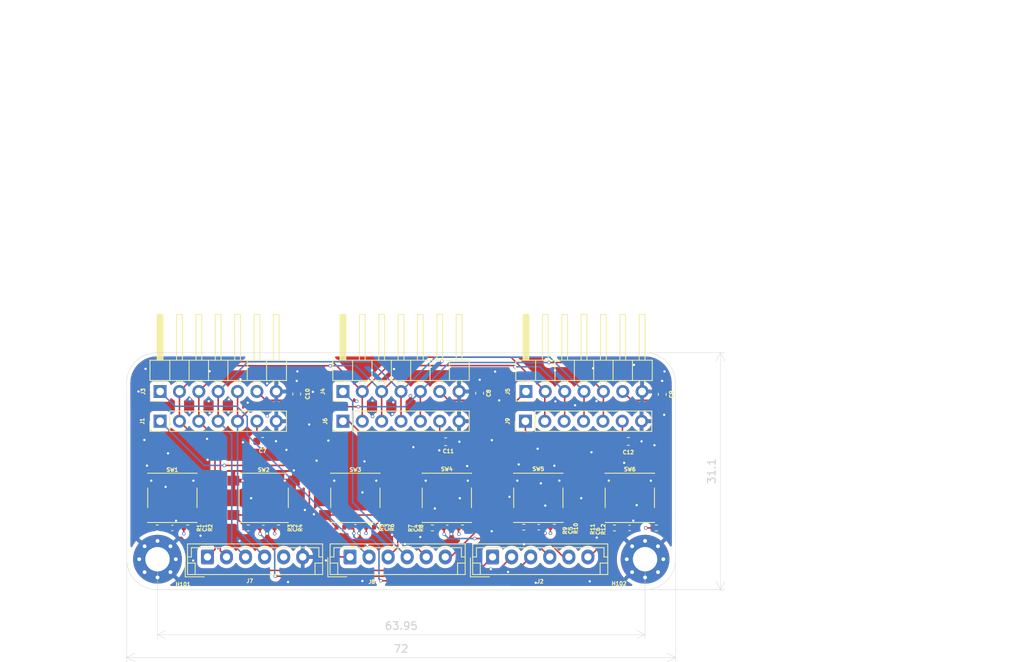
<source format=kicad_pcb>
(kicad_pcb (version 20241229) (generator "pcbnew") (generator_version "9.0")
  (layers (0 "F.Cu" signal) (4 "In1.Cu" signal) (6 "In2.Cu" signal) (2 "B.Cu" signal) (13 "F.Paste" user) (15 "B.Paste" user) (5 "F.SilkS" user "F.Silkscreen") (7 "B.SilkS" user "B.Silkscreen") (1 "F.Mask" user) (3 "B.Mask" user) (25 "Edge.Cuts" user))
  (net 0 "")
  (net 1 "BTN_1")
  (net 2 "GND")
  (net 3 "BTN_2")
  (net 4 "BTN_3")
  (net 5 "BTN_4")
  (net 6 "BTN_5")
  (net 7 "BTN_6")
  (net 8 "+3.3V")
  (net 9 "/SPI_CS_1")
  (net 10 "/SPI_SCK")
  (net 11 "/SPI_D{slash}C")
  (net 12 "/SPI_MOSI")
  (net 13 "/SPI_RES")
  (net 14 "/SPI_CS_2")
  (net 15 "/SPI_CS_4")
  (net 16 "/SPI_CS_5")
  (net 17 "/SPI_CS_3")
  (net 18 "/SPI_CS_6")
  (net 19 "Net-(SW1-A)")
  (net 20 "Net-(SW2-A)")
  (net 21 "Net-(SW3-A)")
  (net 22 "Net-(SW4-A)")
  (net 23 "Net-(SW5-A)")
  (net 24 "Net-(SW6-A)")
  (footprint "Resistor_SMD:R_0402_1005Metric" (layer "F.Cu") (at 102.62 147)
    (property "Reference" "R2")
    (property "Value" "10k")
  )
  (footprint "mylib:SW_Push_1P1T_NO_6x6mm_H9.5mm" (layer "F.Cu") (at 100.61 143.1 180)
    (property "Reference" "SW1")
    (property "Value" "SW_SPST")
  )
  (footprint "Resistor_SMD:R_0402_1005Metric" (layer "F.Cu") (at 114.53 147)
    (property "Reference" "R4")
    (property "Value" "10k")
  )
  (footprint "Connector_PinHeader_2.54mm:PinHeader_1x07_P2.54mm_Vertical" (layer "F.Cu") (at 146.92 133 90)
    (property "Reference" "J9")
    (property "Value" "Conn_01x07")
  )
  (footprint "mylib:SW_Push_1P1T_NO_6x6mm_H9.5mm" (layer "F.Cu") (at 124.61 143.1 180)
    (property "Reference" "SW3")
    (property "Value" "SW_SPST")
  )
  (footprint "MountingHole:MountingHole_3.2mm_M3_Pad_Via" (layer "F.Cu") (at 98.66 151.1)
    (property "Reference" "H101")
    (property "Value" "MountingHole_Pad")
  )
  (footprint "Resistor_SMD:R_0402_1005Metric" (layer "F.Cu") (at 110.57 147)
    (property "Reference" "R3")
    (property "Value" "10k")
  )
  (footprint "MountingHole:MountingHole_3.2mm_M3_Pad_Via" (layer "F.Cu") (at 162.61 151.1)
    (property "Reference" "H102")
    (property "Value" "MountingHole_Pad")
  )
  (footprint "Resistor_SMD:R_0402_1005Metric" (layer "F.Cu") (at 164.1 147)
    (property "Reference" "R12")
    (property "Value" "10k")
  )
  (footprint "Connector_PinHeader_2.54mm:PinHeader_1x07_P2.54mm_Horizontal" (layer "F.Cu") (at 122.98 129.1 90)
    (property "Reference" "J4")
    (property "Value" "Conn_01x07")
  )
  (footprint "Capacitor_SMD:C_0402_1005Metric" (layer "F.Cu") (at 160.58 147)
    (property "Reference" "C6")
    (property "Value" "10n")
  )
  (footprint "Capacitor_SMD:C_0603_1608Metric" (layer "F.Cu") (at 164.86 129.48 -90)
    (property "Reference" "C9")
    (property "Value" "1u")
  )
  (footprint "mylib:SW_Push_1P1T_NO_6x6mm_H9.5mm" (layer "F.Cu") (at 160.61 143.1 180)
    (property "Reference" "SW6")
    (property "Value" "SW_SPST")
  )
  (footprint "Connector_JST:JST_EH_B6B-EH-A_1x06_P2.50mm_Vertical" (layer "F.Cu") (at 105.21 150.8)
    (property "Reference" "J7")
    (property "Value" "Conn_01x06")
  )
  (footprint "Capacitor_SMD:C_0402_1005Metric" (layer "F.Cu") (at 148.67 146.9)
    (property "Reference" "C5")
    (property "Value" "10n")
  )
  (footprint "Resistor_SMD:R_0402_1005Metric" (layer "F.Cu") (at 122.65 146.9)
    (property "Reference" "R5")
    (property "Value" "10k")
  )
  (footprint "Capacitor_SMD:C_0603_1608Metric" (layer "F.Cu") (at 136.455 135.69 180)
    (property "Reference" "C11")
    (property "Value" "1u")
  )
  (footprint "mylib:SW_Push_1P1T_NO_6x6mm_H9.5mm" (layer "F.Cu") (at 136.61 143.1 180)
    (property "Reference" "SW4")
    (property "Value" "SW_SPST")
  )
  (footprint "Capacitor_SMD:C_0402_1005Metric" (layer "F.Cu") (at 100.61 147)
    (property "Reference" "C1")
    (property "Value" "10n")
  )
  (footprint "mylib:SW_Push_1P1T_NO_6x6mm_H9.5mm" (layer "F.Cu") (at 148.61 143.1 180)
    (property "Reference" "SW5")
    (property "Value" "SW_SPST")
  )
  (footprint "Capacitor_SMD:C_0402_1005Metric" (layer "F.Cu") (at 136.68 147)
    (property "Reference" "C4")
    (property "Value" "10n")
  )
  (footprint "Capacitor_SMD:C_0402_1005Metric" (layer "F.Cu") (at 124.62 146.9)
    (property "Reference" "C3")
    (property "Value" "10n")
  )
  (footprint "Capacitor_SMD:C_0603_1608Metric" (layer "F.Cu") (at 160.42 135.65 180)
    (property "Reference" "C12")
    (property "Value" "1u")
  )
  (footprint "Resistor_SMD:R_0402_1005Metric" (layer "F.Cu") (at 134.71 147)
    (property "Reference" "R7")
    (property "Value" "10k")
  )
  (footprint "Capacitor_SMD:C_0402_1005Metric" (layer "F.Cu") (at 112.55 147)
    (property "Reference" "C2")
    (property "Value" "10n")
  )
  (footprint "Resistor_SMD:R_0402_1005Metric" (layer "F.Cu") (at 126.55 146.9)
    (property "Reference" "R6")
    (property "Value" "10k")
  )
  (footprint "Resistor_SMD:R_0402_1005Metric" (layer "F.Cu") (at 146.7 146.9)
    (property "Reference" "R9")
    (property "Value" "10k")
  )
  (footprint "Connector_PinHeader_2.54mm:PinHeader_1x07_P2.54mm_Horizontal" (layer "F.Cu") (at 99 129.1 90)
    (property "Reference" "J3")
    (property "Value" "Conn_01x07")
  )
  (footprint "Capacitor_SMD:C_0603_1608Metric" (layer "F.Cu") (at 116.92 129.43 -90)
    (property "Reference" "C10")
    (property "Value" "1u")
  )
  (footprint "Connector_PinHeader_2.54mm:PinHeader_1x07_P2.54mm_Vertical" (layer "F.Cu") (at 122.98 133 90)
    (property "Reference" "J6")
    (property "Value" "Conn_01x07")
  )
  (footprint "mylib:SW_Push_1P1T_NO_6x6mm_H9.5mm" (layer "F.Cu") (at 112.585 143.1 180)
    (property "Reference" "SW2")
    (property "Value" "SW_SPST")
  )
  (footprint "Capacitor_SMD:C_0603_1608Metric" (layer "F.Cu") (at 140.91 129.33 -90)
    (property "Reference" "C8")
    (property "Value" "1u")
  )
  (footprint "Connector_PinHeader_2.54mm:PinHeader_1x07_P2.54mm_Vertical" (layer "F.Cu") (at 99 133 90)
    (property "Reference" "J1")
    (property "Value" "Conn_01x07")
  )
  (footprint "Connector_JST:JST_EH_B6B-EH-A_1x06_P2.50mm_Vertical" (layer "F.Cu") (at 123.91 150.8)
    (property "Reference" "J8")
    (property "Value" "Conn_01x06")
  )
  (footprint "Resistor_SMD:R_0402_1005Metric" (layer "F.Cu") (at 98.62 147)
    (property "Reference" "R1")
    (property "Value" "10k")
  )
  (footprint "Connector_JST:JST_EH_B6B-EH-A_1x06_P2.50mm_Vertical" (layer "F.Cu") (at 142.61 150.8)
    (property "Reference" "J2")
    (property "Value" "Conn_01x06")
  )
  (footprint "Resistor_SMD:R_0402_1005Metric" (layer "F.Cu") (at 138.66 147)
    (property "Reference" "R8")
    (property "Value" "10k")
  )
  (footprint "Connector_PinHeader_2.54mm:PinHeader_1x07_P2.54mm_Horizontal" (layer "F.Cu") (at 146.985 129.1 90)
    (property "Reference" "J5")
    (property "Value" "Conn_01x07")
  )
  (footprint "Resistor_SMD:R_0402_1005Metric" (layer "F.Cu") (at 158.6 147)
    (property "Reference" "R11")
    (property "Value" "10k")
  )
  (footprint "Resistor_SMD:R_0402_1005Metric" (layer "F.Cu") (at 150.71 146.9)
    (property "Reference" "R10")
    (property "Value" "10k")
  )
  (footprint "Capacitor_SMD:C_0603_1608Metric" (layer "F.Cu") (at 112.45 135.64 180)
    (property "Reference" "C7")
    (property "Value" "1u")
  )
  (gr_line (start 98.61 155.1) (end 161.61 155.1) (stroke (width 0.05)) (layer "Edge.Cuts"))
  (gr_line (start 162.6 124) (end 98.6 124) (stroke (width 0.05)) (layer "Edge.Cuts"))
  (gr_arc (start 166.61 151.1) (mid 165.438427 153.928427) (end 162.61 155.1) (stroke (width 0.05)) (layer "Edge.Cuts"))
  (gr_arc (start 98.61 155.1) (mid 95.781573 153.928427) (end 94.61 151.1) (stroke (width 0.05)) (layer "Edge.Cuts"))
  (gr_line (start 162.61 155.1) (end 161.61 155.1) (stroke (width 0.05)) (layer "Edge.Cuts"))
  (gr_line (start 166.61 131.1) (end 166.6 128) (stroke (width 0.05)) (layer "Edge.Cuts"))
  (gr_arc (start 94.6 128) (mid 95.771573 125.171573) (end 98.6 124) (stroke (width 0.05)) (layer "Edge.Cuts"))
  (gr_line (start 94.61 131.1) (end 94.6 128) (stroke (width 0.05)) (layer "Edge.Cuts"))
  (gr_arc (start 162.6 124) (mid 165.428427 125.171573) (end 166.6 128) (stroke (width 0.05)) (layer "Edge.Cuts"))
  (gr_line (start 166.61 131.1) (end 166.61 151.1) (stroke (width 0.05)) (layer "Edge.Cuts"))
  (gr_line (start 94.61 151.1) (end 94.61 131.1) (stroke (width 0.05)) (layer "Edge.Cuts"))
  (dimension (type orthogonal) (layer "Edge.Cuts") (pts (xy 162.61 151.1) (xy 98.66 151.1)) (height 9.9) (orientation 0) (format (prefix "") (suffix "") (units 3) (units_format 0) (precision 4) (suppress_zeroes yes)) (style (thickness 0.05) (arrow_length 1.27) (text_position_mode 0) (arrow_direction outward) (extension_height 0.58642) (extension_offset 0.5) (keep_text_aligned yes)) (gr_text "63.95" (at 130.635 159.85 0) (layer "Edge.Cuts") (effects (font (size 1 1) (thickness 0.15)))))
  (dimension (type orthogonal) (layer "Edge.Cuts") (pts (xy 162.61 155.1) (xy 162.6 124)) (height 9.89) (orientation 1) (format (prefix "") (suffix "") (units 3) (units_format 0) (precision 4) (suppress_zeroes yes)) (style (thickness 0.05) (arrow_length 1.27) (text_position_mode 0) (arrow_direction outward) (extension_height 0.58642) (extension_offset 0.5) (keep_text_aligned yes)) (gr_text "31.1" (at 171.35 139.55 90) (layer "Edge.Cuts") (effects (font (size 1 1) (thickness 0.15)))))
  (dimension (type orthogonal) (layer "Edge.Cuts") (pts (xy 166.61 151.1) (xy 94.61 151.1)) (height 12.9) (orientation 0) (format (prefix "") (suffix "") (units 3) (units_format 0) (precision 4) (suppress_zeroes yes)) (style (thickness 0.05) (arrow_length 1.27) (text_position_mode 0) (arrow_direction outward) (extension_height 0.58642) (extension_offset 0.5) (keep_text_aligned yes)) (gr_text "72" (at 130.61 162.85 0) (layer "Edge.Cuts") (effects (font (size 1 1) (thickness 0.15)))))
  (segment (start 101.798744 148.251256) (end 101.8 148.25) (width 0.2) (layer "F.Cu") (net 1))
  (segment (start 99.13 147) (end 100.13 147) (width 0.2) (layer "F.Cu") (net 1))
  (segment (start 101.8 148.25) (end 102.63 149.08) (width 0.2) (layer "F.Cu") (net 1))
  (segment (start 100.306778 147.433878) (end 100.306778 147.176778) (width 0.2) (layer "F.Cu") (net 1))
  (segment (start 140.84 152.57) (end 142.61 150.8) (width 0.2) (layer "F.Cu") (net 1))
  (segment (start 102.63 149.08) (end 102.63 151.53) (width 0.2) (layer "F.Cu") (net 1))
  (segment (start 103.67 152.57) (end 140.84 152.57) (width 0.2) (layer "F.Cu") (net 1))
  (segment (start 100.306778 147.176778) (end 100.13 147) (width 0.2) (layer "F.Cu") (net 1))
  (segment (start 100.306778 147.433878) (end 101.124156 148.251256) (width 0.2) (layer "F.Cu") (net 1))
  (segment (start 101.124156 148.251256) (end 101.798744 148.251256) (width 0.2) (layer "F.Cu") (net 1))
  (segment (start 102.63 151.53) (end 103.67 152.57) (width 0.2) (layer "F.Cu") (net 1))
  (segment (start 120.635 140.8) (end 121.84 140.8) (width 0.2) (layer "F.Cu") (net 2))
  (segment (start 161.06 147) (end 161.06 146.05) (width 0.2) (layer "F.Cu") (net 2))
  (segment (start 162.14 135.65) (end 162.15 135.64) (width 0.2) (layer "F.Cu") (net 2))
  (segment (start 140.91 127.57) (end 140.92 127.56) (width 0.2) (layer "F.Cu") (net 2))
  (segment (start 104.585 140.8) (end 103.37 140.8) (width 0.2) (layer "F.Cu") (net 2))
  (segment (start 113.02 147.74) (end 113.03 147.73) (width 0.2) (layer "F.Cu") (net 2))
  (segment (start 96.635 140.8) (end 97.84 140.8) (width 0.2) (layer "F.Cu") (net 2))
  (segment (start 164.86 127.72) (end 164.85 127.71) (width 0.2) (layer "F.Cu") (net 2))
  (segment (start 152.585 140.8) (end 151.37 140.8) (width 0.2) (layer "F.Cu") (net 2))
  (segment (start 116.56 140.8) (end 115.35 140.8) (width 0.2) (layer "F.Cu") (net 2))
  (segment (start 114.18 135.64) (end 114.2 135.62) (width 0.2) (layer "F.Cu") (net 2))
  (segment (start 149.15 146.9) (end 149.15 147.307536) (width 0.2) (layer "F.Cu") (net 2))
  (segment (start 161.195 135.65) (end 162.14 135.65) (width 0.2) (layer "F.Cu") (net 2))
  (segment (start 128.585 140.8) (end 127.36 140.8) (width 0.2) (layer "F.Cu") (net 2))
  (segment (start 164.585 140.8) (end 163.37 140.8) (width 0.2) (layer "F.Cu") (net 2))
  (segment (start 113.225 135.64) (end 114.18 135.64) (width 0.2) (layer "F.Cu") (net 2))
  (segment (start 164.86 128.705) (end 164.86 127.72) (width 0.2) (layer "F.Cu") (net 2))
  (segment (start 132.635 140.8) (end 133.84 140.8) (width 0.2) (layer "F.Cu") (net 2))
  (segment (start 144.635 140.8) (end 145.86 140.8) (width 0.2) (layer "F.Cu") (net 2))
  (segment (start 161.06 146.05) (end 161.07 146.04) (width 0.2) (layer "F.Cu") (net 2))
  (segment (start 101.09 147) (end 101.09 146.05) (width 0.2) (layer "F.Cu") (net 2))
  (segment (start 113.03 147.73) (end 113.03 147) (width 0.2) (layer "F.Cu") (net 2))
  (segment (start 108.61 140.8) (end 109.82 140.8) (width 0.2) (layer "F.Cu") (net 2))
  (segment (start 137.16 147) (end 137.16 147.76) (width 0.2) (layer "F.Cu") (net 2))
  (segment (start 137.23 135.69) (end 138.25 135.69) (width 0.2) (layer "F.Cu") (net 2))
  (segment (start 125.1 146.9) (end 125.1 147.7) (width 0.2) (layer "F.Cu") (net 2))
  (segment (start 156.635 140.8) (end 157.85 140.8) (width 0.2) (layer "F.Cu") (net 2))
  (segment (start 140.91 128.555) (end 140.91 127.57) (width 0.2) (layer "F.Cu") (net 2))
  (segment (start 116.92 128.655) (end 116.92 127.71) (width 0.2) (layer "F.Cu") (net 2))
  (segment (start 137.16 147.76) (end 137.2 147.8) (width 0.2) (layer "F.Cu") (net 2))
  (segment (start 149.15 147.307536) (end 149.521232 147.678768) (width 0.2) (layer "F.Cu") (net 2))
  (segment (start 140.585 140.8) (end 139.36 140.8) (width 0.2) (layer "F.Cu") (net 2))
  (via (at 120.75 151.26) (size 0.45) (drill 0.3) (layers "F.Cu" "B.Cu") (net 2))
  (via (at 149.521232 147.678768) (size 0.45) (drill 0.3) (layers "F.Cu" "B.Cu") (net 2))
  (via (at 102.88 131.85) (size 0.45) (drill 0.3) (layers "F.Cu" "B.Cu") (net 2))
  (via (at 163.84 136.15) (size 0.45) (drill 0.3) (layers "F.Cu" "B.Cu") (net 2))
  (via (at 156.27 148.27) (size 0.45) (drill 0.3) (layers "F.Cu" "B.Cu") (net 2))
  (via (at 116.54 139.45) (size 0.45) (drill 0.3) (layers "F.Cu" "B.Cu") (net 2))
  (via (at 117.99 144.64) (size 0.45) (drill 0.3) (layers "F.Cu" "B.Cu") (net 2))
  (via (at 101.09 146.05) (size 0.45) (drill 0.3) (layers "F.Cu" "B.Cu") (net 2))
  (via (at 162.15 135.64) (size 0.45) (drill 0.3) (layers "F.Cu" "B.Cu") (net 2))
  (via (at 119.17 145.2) (size 0.45) (drill 0.3) (layers "F.Cu" "B.Cu") (net 2))
  (via (at 155.58 137.07) (size 0.45) (drill 0.3) (layers "F.Cu" "B.Cu") (net 2))
  (via (at 133.13 148.19) (size 0.45) (drill 0.3) (layers "F.Cu" "B.Cu") (net 2))
  (via (at 139.28 138.88) (size 0.45) (drill 0.3) (layers "F.Cu" "B.Cu") (net 2))
  (via (at 96.94 135.46) (size 0.45) (drill 0.3) (layers "F.Cu" "B.Cu") (net 2))
  (via (at 121.84 140.8) (size 0.45) (drill 0.3) (layers "F.Cu" "B.Cu") (net 2))
  (via (at 135.04 144.45) (size 0.45) (drill 0.3) (layers "F.Cu" "B.Cu") (net 2))
  (via (at 105.49 126.45) (size 0.45) (drill 0.3) (layers "F.Cu" "B.Cu") (net 2))
  (via (at 126.87 132.37) (size 0.45) (drill 0.3) (layers "F.Cu" "B.Cu") (net 2))
  (via (at 161.07 146.04) (size 0.45) (drill 0.3) (layers "F.Cu" "B.Cu") (net 2))
  (via (at 115.57 136.76) (size 0.45) (drill 0.3) (layers "F.Cu" "B.Cu") (net 2))
  (via (at 116.92 127.71) (size 0.45) (drill 0.3) (layers "F.Cu" "B.Cu") (net 2))
  (via (at 161.51 144.01) (size 0.45) (drill 0.3) (layers "F.Cu" "B.Cu") (net 2))
  (via (at 96.16 129.1) (size 0.45) (drill 0.3) (layers "F.Cu" "B.Cu") (net 2))
  (via (at 105.16 135.31) (size 0.45) (drill 0.3) (layers "F.Cu" "B.Cu") (net 2))
  (via (at 121.07 135.54) (size 0.45) (drill 0.3) (layers "F.Cu" "B.Cu") (net 2))
  (via (at 139.36 140.8) (size 0.45) (drill 0.3) (layers "F.Cu" "B.Cu") (net 2))
  (via (at 125.1 147.7) (size 0.45) (drill 0.3) (layers "F.Cu" "B.Cu") (net 2))
  (via (at 146.04 138.67) (size 0.45) (drill 0.3) (layers "F.Cu" "B.Cu") (net 2))
  (via (at 109.42 148.7) (size 0.45) (drill 0.3) (layers "F.Cu" "B.Cu") (net 2))
  (via (at 118.56 133.43) (size 0.45) (drill 0.3) (layers "F.Cu" "B.Cu") (net 2))
  (via (at 165.16 126.47) (size 0.45) (drill 0.3) (layers "F.Cu" "B.Cu") (net 2))
  (via (at 142.38 152.41) (size 0.45) (drill 0.3) (layers "F.Cu" "B.Cu") (net 2))
  (via (at 105.38 130.37) (size 0.45) (drill 0.3) (layers "F.Cu" "B.Cu") (net 2))
  (via (at 129.43 147.89) (size 0.45) (drill 0.3) (layers "F.Cu" "B.Cu") (net 2))
  (via (at 109.87 135.76) (size 0.45) (drill 0.3) (layers "F.Cu" "B.Cu") (net 2))
  (via (at 148.27 154.19) (size 0.45) (drill 0.3) (layers "F.Cu" "B.Cu") (net 2))
  (via (at 97.09 126.13) (size 0.45) (drill 0.3) (layers "F.Cu" "B.Cu") (net 2))
  (via (at 125.53 153.96) (size 0.45) (drill 0.3) (layers "F.Cu" "B.Cu") (net 2))
  (via (at 126.18 149.21) (size 0.45) (drill 0.3) (layers "F.Cu" "B.Cu") (net 2))
  (via (at 149.52 144.07) (size 0.45) (drill 0.3) (layers "F.Cu" "B.Cu") (net 2))
  (via (at 97.28 138.83) (size 0.45) (drill 0.3) (layers "F.Cu" "B.Cu") (net 2))
  (via (at 113.06 132.3) (size 0.45) (drill 0.3) (layers "F.Cu" "B.Cu") (net 2))
  (via (at 131.833768 129.663768) (size 0.45) (drill 0.3) (layers "F.Cu" "B.Cu") (net 2))
  (via (at 115.78 154.09) (size 0.45) (drill 0.3) (layers "F.Cu" "B.Cu") (net 2))
  (via (at 164.85 127.71) (size 0.45) (drill 0.3) (layers "F.Cu" "B.Cu") (net 2))
  (via (at 110.94 143.1) (size 0.45) (drill 0.3) (layers "F.Cu" "B.Cu") (net 2))
  (via (at 113.02 147.74) (size 0.45) (drill 0.3) (layers "F.Cu" "B.Cu") (net 2))
  (via (at 129.68 126.16) (size 0.45) (drill 0.3) (layers "F.Cu" "B.Cu") (net 2))
  (via (at 102.91 130.12) (size 0.45) (drill 0.3) (layers "F.Cu" "B.Cu") (net 2))
  (via (at 154.24 143.1) (size 0.45) (drill 0.3) (layers "F.Cu" "B.Cu") (net 2))
  (via (at 138.31 143.1) (size 0.45) (drill 0.3) (layers "F.Cu" "B.Cu") (net 2))
  (via (at 155.35 154) (size 0.45) (drill 0.3) (layers "F.Cu" "B.Cu") (net 2))
  (via (at 110.49 130.57) (size 0.45) (drill 0.3) (layers "F.Cu" "B.Cu") (net 2))
  (via (at 137.2 147.8) (size 0.45) (drill 0.3) (layers "F.Cu" "B.Cu") (net 2))
  (via (at 165.12 132.16) (size 0.45) (drill 0.3) (layers "F.Cu" "B.Cu") (net 2))
  (via (at 148.523218 136.611724) (size 0.45) (drill 0.3) (layers "F.Cu" "B.Cu") (net 2))
  (via (at 161.16 125.61) (size 0.45) (drill 0.3) (layers "F.Cu" "B.Cu") (net 2))
  (via (at 104.3 148.02) (size 0.45) (drill 0.3) (layers "F.Cu" "B.Cu") (net 2))
  (via (at 109.54 127.5) (size 0.45) (drill 0.3) (layers "F.Cu" "B.Cu") (net 2))
  (via (at 103.37 140.8) (size 0.45) (drill 0.3) (layers "F.Cu" "B.Cu") (net 2))
  (via (at 131.11 149.12) (size 0.45) (drill 0.3) (layers "F.Cu" "B.Cu") (net 2))
  (via (at 143.48 130.27) (size 0.45) (drill 0.3) (layers "F.Cu" "B.Cu") (net 2))
  (via (at 142.51 135.48) (size 0.45) (drill 0.3) (layers "F.Cu" "B.Cu") (net 2))
  (via (at 150.71 138.84) (size 0.45) (drill 0.3) (layers "F.Cu" "B.Cu") (net 2))
  (via (at 99.72 141.61) (size 0.45) (drill 0.3) (layers "F.Cu" "B.Cu") (net 2))
  (via (at 103.35 151.28) (size 0.45) (drill 0.3) (layers "F.Cu" "B.Cu") (net 2))
  (via (at 119.52 138.17) (size 0.45) (drill 0.3) (layers "F.Cu" "B.Cu") (net 2))
  (via (at 142.95 126.49) (size 0.45) (drill 0.3) (layers "F.Cu" "B.Cu") (net 2))
  (via (at 151.37 140.8) (size 0.45) (drill 0.3) (layers "F.Cu" "B.Cu") (net 2))
  (via (at 142.49 147.43) (size 0.45) (drill 0.3) (layers "F.Cu" "B.Cu") (net 2))
  (via (at 135.62 136.82) (size 0.45) (drill 0.3) (layers "F.Cu" "B.Cu") (net 2))
  (via (at 153.43 130.91) (size 0.45) (drill 0.3) (layers "F.Cu" "B.Cu") (net 2))
  (via (at 109.82 140.8) (size 0.45) (drill 0.3) (layers "F.Cu" "B.Cu") (net 2))
  (via (at 126.79 126.33) (size 0.45) (drill 0.3) (layers "F.Cu" "B.Cu") (net 2))
  (via (at 125.81 138.27) (size 0.45) (drill 0.3) (layers "F.Cu" "B.Cu") (net 2))
  (via (at 146.74 149.14) (size 0.45) (drill 0.3) (layers "F.Cu" "B.Cu") (net 2))
  (via (at 119.04 129.15) (size 0.45) (drill 0.3) (layers "F.Cu" "B.Cu") (net 2))
  (via (at 129.59 130.51) (size 0.45) (drill 0.3) (layers "F.Cu" "B.Cu") (net 2))
  (via (at 115.35 140.8) (size 0.45) (drill 0.3) (layers "F.Cu" "B.Cu") (net 2))
  (via (at 157.85 140.8) (size 0.45) (drill 0.3) (layers "F.Cu" "B.Cu") (net 2))
  (via (at 117.01 126.46) (size 0.45) (drill 0.3) (layers "F.Cu" "B.Cu") (net 2))
  (via (at 129.47 132.06) (size 0.45) (drill 0.3) (layers "F.Cu" "B.Cu") (net 2))
  (via (at 144.64 152.77) (size 0.45) (drill 0.3) (layers "F.Cu" "B.Cu") (net 2))
  (via (at 144.83 142.91) (size 0.45) (drill 0.3) (layers "F.Cu" "B.Cu") (net 2))
  (via (at 105.23 138.05) (size 0.45) (drill 0.3) (layers "F.Cu" "B.Cu") (net 2))
  (via (at 124.785 130.391168) (size 0.45) (drill 0.3) (layers "F.Cu" "B.Cu") (net 2))
  (via (at 163.37 140.8) (size 0.45) (drill 0.3) (layers "F.Cu" "B.Cu") (net 2))
  (via (at 125.54 142.34) (size 0.45) (drill 0.3) (layers "F.Cu" "B.Cu") (net 2))
  (via (at 159.87 138.46) (size 0.45) (drill 0.3) (layers "F.Cu" "B.Cu") (net 2))
  (via (at 107.97 131.84) (size 0.45) (drill 0.3) (layers "F.Cu" "B.Cu") (net 2))
  (via (at 150.85 130.4) (size 0.45) (drill 0.3) (layers "F.Cu" "B.Cu") (net 2))
  (via (at 108.02 130.13) (size 0.45) (drill 0.3) (layers "F.Cu" "B.Cu") (net 2))
  (via (at 133.84 140.8) (size 0.45) (drill 0.3) (layers "F.Cu" "B.Cu") (net 2))
  (via (at 140.92 127.56) (size 0.45) (drill 0.3) (layers "F.Cu" "B.Cu") (net 2))
  (via (at 105.5 131.92) (size 0.45) (drill 0.3) (layers "F.Cu" "B.Cu") (net 2))
  (via (at 138.25 135.69) (size 0.45) (drill 0.3) (layers "F.Cu" "B.Cu") (net 2))
  (via (at 155.79 126.06) (size 0.45) (drill 0.3) (layers "F.Cu" "B.Cu") (net 2))
  (via (at 145.86 140.8) (size 0.45) (drill 0.3) (layers "F.Cu" "B.Cu") (net 2))
  (via (at 126.87 130.29) (size 0.45) (drill 0.3) (layers "F.Cu" "B.Cu") (net 2))
  (via (at 150.795 126.33) (size 0.45) (drill 0.3) (layers "F.Cu" "B.Cu") (net 2))
  (via (at 113.04 128.04) (size 0.45) (drill 0.3) (layers "F.Cu" "B.Cu") (net 2))
  (via (at 148.94 141.15) (size 0.45) (drill 0.3) (layers "F.Cu" "B.Cu") (net 2))
  (via (at 127.36 140.8) (size 0.45) (drill 0.3) (layers "F.Cu" "B.Cu") (net 2))
  (via (at 132.22 136.4) (size 0.45) (drill 0.3) (layers "F.Cu" "B.Cu") (net 2))
  (via (at 135.95 125.13) (size 0.45) (drill 0.3) (layers "F.Cu" "B.Cu") (net 2))
  (via (at 100.04 137.21) (size 0.45) (drill 0.3) (layers "F.Cu" "B.Cu") (net 2))
  (via (at 97.84 140.8) (size 0.45) (drill 0.3) (layers "F.Cu" "B.Cu") (net 2))
  (via (at 114.2 135.62) (size 0.45) (drill 0.3) (layers "F.Cu" "B.Cu") (net 2))
  (via (at 156.24 130.36) (size 0.45) (drill 0.3) (layers "F.Cu" "B.Cu") (net 2))
  (segment (start 112.11 147.04) (end 112.07 147) (width 0.2) (layer "F.Cu") (net 3))
  (segment (start 142.58 153.33) (end 114.11 153.33) (width 0.2) (layer "F.Cu") (net 3))
  (segment (start 112.11 147.78) (end 112.11 147.04) (width 0.2) (layer "F.Cu") (net 3))
  (segment (start 145.11 150.8) (end 142.58 153.33) (width 0.2) (layer "F.Cu") (net 3))
  (segment (start 112.07 147) (end 111.08 147) (width 0.2) (layer "F.Cu") (net 3))
  (via (at 114.11 153.33) (size 0.45) (drill 0.3) (layers "F.Cu" "B.Cu") (net 3))
  (via (at 112.11 147.78) (size 0.45) (drill 0.3) (layers "F.Cu" "B.Cu") (net 3))
  (segment (start 114.03 149.7) (end 112.11 147.78) (width 0.2) (layer "B.Cu") (net 3))
  (segment (start 114.11 153.33) (end 114.03 153.25) (width 0.2) (layer "B.Cu") (net 3))
  (segment (start 114.03 153.25) (end 114.03 149.7) (width 0.2) (layer "B.Cu") (net 3))
  (segment (start 123.16 146.9) (end 124.14 146.9) (width 0.2) (layer "F.Cu") (net 4))
  (segment (start 124.42 147.18) (end 124.14 146.9) (width 0.2) (layer "F.Cu") (net 4))
  (segment (start 147.61 150.8) (end 144.48 153.93) (width 0.2) (layer "F.Cu") (net 4))
  (segment (start 144.48 153.93) (end 127.96 153.93) (width 0.2) (layer "F.Cu") (net 4))
  (segment (start 124.42 147.71) (end 124.42 147.18) (width 0.2) (layer "F.Cu") (net 4))
  (via (at 127.96 153.93) (size 0.45) (drill 0.3) (layers "F.Cu" "B.Cu") (net 4))
  (via (at 124.42 147.71) (size 0.45) (drill 0.3) (layers "F.Cu" "B.Cu") (net 4))
  (segment (start 124.76 148.5) (end 124.42 148.16) (width 0.2) (layer "B.Cu") (net 4))
  (segment (start 127.71 149.4) (end 126.91 148.6) (width 0.2) (layer "B.Cu") (net 4))
  (segment (start 126.91 148.6) (end 126.81 148.5) (width 0.2) (layer "B.Cu") (net 4))
  (segment (start 126.81 148.5) (end 124.76 148.5) (width 0.2) (layer "B.Cu") (net 4))
  (segment (start 124.42 148.16) (end 124.42 147.71) (width 0.2) (layer "B.Cu") (net 4))
  (segment (start 127.71 149.48) (end 127.71 149.4) (width 0.2) (layer "B.Cu") (net 4))
  (segment (start 127.96 153.93) (end 127.71 153.68) (width 0.2) (layer "B.Cu") (net 4))
  (segment (start 127.71 153.68) (end 127.71 149.48) (width 0.2) (layer "B.Cu") (net 4))
  (segment (start 136.26 147.06) (end 136.2 147) (width 0.2) (layer "F.Cu") (net 5))
  (segment (start 136.2 147) (end 135.22 147) (width 0.2) (layer "F.Cu") (net 5))
  (segment (start 147.697232 148.387232) (end 140.267232 148.387232) (width 0.2) (layer "F.Cu") (net 5))
  (segment (start 136.26 147.81) (end 136.26 147.06) (width 0.2) (layer "F.Cu") (net 5))
  (segment (start 150.11 150.8) (end 147.697232 148.387232) (width 0.2) (layer "F.Cu") (net 5))
  (via (at 136.26 147.81) (size 0.45) (drill 0.3) (layers "F.Cu" "B.Cu") (net 5))
  (via (at 140.267232 148.387232) (size 0.45) (drill 0.3) (layers "F.Cu" "B.Cu") (net 5))
  (segment (start 140.267232 148.387232) (end 136.837232 148.387232) (width 0.2) (layer "B.Cu") (net 5))
  (segment (start 136.837232 148.387232) (end 136.26 147.81) (width 0.2) (layer "B.Cu") (net 5))
  (segment (start 148.19 147.09) (end 148.19 146.9) (width 0.2) (layer "F.Cu") (net 6))
  (segment (start 151.9 150.8) (end 148.19 147.09) (width 0.2) (layer "F.Cu") (net 6))
  (segment (start 147.21 146.9) (end 148.19 146.9) (width 0.2) (layer "F.Cu") (net 6))
  (segment (start 152.61 150.8) (end 151.9 150.8) (width 0.2) (layer "F.Cu") (net 6))
  (segment (start 159.11 147) (end 155.31 150.8) (width 0.2) (layer "F.Cu") (net 7))
  (segment (start 155.31 150.8) (end 155.11 150.8) (width 0.2) (layer "F.Cu") (net 7))
  (segment (start 159.11 147) (end 160.1 147) (width 0.2) (layer "F.Cu") (net 7))
  (segment (start 138.15 147) (end 138.15 147.75) (width 0.2) (layer "F.Cu") (net 8))
  (segment (start 160.84 130.255) (end 159.685 129.1) (width 0.2) (layer "F.Cu") (net 8))
  (segment (start 163.59 147) (end 162.7 147) (width 0.2) (layer "F.Cu") (net 8))
  (segment (start 135.68 129.1) (end 136.831 130.251) (width 0.2) (layer "F.Cu") (net 8))
  (segment (start 159.645 133.025) (end 159.62 133) (width 0.2) (layer "F.Cu") (net 8))
  (segment (start 114.02 147) (end 114.02 147.75) (width 0.2) (layer "F.Cu") (net 8))
  (segment (start 140.764 130.251) (end 140.91 130.105) (width 0.2) (layer "F.Cu") (net 8))
  (segment (start 135.68 135.69) (end 135.68 133) (width 0.2) (layer "F.Cu") (net 8))
  (segment (start 136.831 130.251) (end 140.764 130.251) (width 0.2) (layer "F.Cu") (net 8))
  (segment (start 150.2 146.9) (end 150.2 147.7) (width 0.2) (layer "F.Cu") (net 8))
  (segment (start 111.7 135.615) (end 111.675 135.64) (width 0.2) (layer "F.Cu") (net 8))
  (segment (start 138.15 147.75) (end 138.2 147.8) (width 0.2) (layer "F.Cu") (net 8))
  (segment (start 111.7 133) (end 111.7 135.615) (width 0.2) (layer "F.Cu") (net 8))
  (segment (start 159.645 135.65) (end 159.645 133.025) (width 0.2) (layer "F.Cu") (net 8))
  (segment (start 116.92 130.205) (end 116.874 130.251) (width 0.2) (layer "F.Cu") (net 8))
  (segment (start 112.851 130.251) (end 111.7 129.1) (width 0.2) (layer "F.Cu") (net 8))
  (segment (start 164.86 130.255) (end 160.84 130.255) (width 0.2) (layer "F.Cu") (net 8))
  (segment (start 116.874 130.251) (end 112.851 130.251) (width 0.2) (layer "F.Cu") (net 8))
  (segment (start 102.11 147.75) (end 102.11 147) (width 0.2) (layer "F.Cu") (net 8))
  (segment (start 126.04 146.9) (end 126.04 147.66) (width 0.2) (layer "F.Cu") (net 8))
  (segment (start 126.04 147.66) (end 126 147.7) (width 0.2) (layer "F.Cu") (net 8))
  (via (at 138.2 147.8) (size 0.45) (drill 0.3) (layers "F.Cu" "B.Cu") (net 8))
  (via (at 114.02 147.75) (size 0.45) (drill 0.3) (layers "F.Cu" "B.Cu") (net 8))
  (via (at 126 147.7) (size 0.45) (drill 0.3) (layers "F.Cu" "B.Cu") (net 8))
  (via (at 150.2 147.7) (size 0.45) (drill 0.3) (layers "F.Cu" "B.Cu") (net 8))
  (via (at 102.11 147.75) (size 0.45) (drill 0.3) (layers "F.Cu" "B.Cu") (net 8))
  (via (at 162.7 147) (size 0.45) (drill 0.3) (layers "F.Cu" "B.Cu") (net 8))
  (segment (start 123.91 150.8) (end 122.6 150.8) (width 0.2) (layer "F.Cu") (net 9))
  (segment (start 118.58 140.18) (end 117.2 138.8) (width 0.2) (layer "F.Cu") (net 9))
  (segment (start 122.6 150.8) (end 118.58 146.78) (width 0.2) (layer "F.Cu") (net 9))
  (segment (start 118.58 146.78) (end 118.58 140.18) (width 0.2) (layer "F.Cu") (net 9))
  (segment (start 117.2 138.8) (end 107.425 138.8) (width 0.2) (layer "F.Cu") (net 9))
  (via (at 107.425 138.8) (size 0.45) (drill 0.3) (layers "F.Cu" "B.Cu") (net 9))
  (segment (start 107.425 138.8) (end 104.8 138.8) (width 0.2) (layer "B.Cu") (net 9))
  (segment (start 104.8 138.8) (end 99 133) (width 0.2) (layer "B.Cu") (net 9))
  (segment (start 133.14 129.1) (end 133.14 133) (width 0.2) (layer "F.Cu") (net 10))
  (segment (start 109.16 133) (end 111.07 131.09) (width 0.2) (layer "F.Cu") (net 10))
  (segment (start 111.07 131.09) (end 124.995 131.09) (width 0.2) (layer "F.Cu") (net 10))
  (segment (start 157.08 129.165) (end 157.145 129.1) (width 0.2) (layer "F.Cu") (net 10))
  (segment (start 153.345 125.3) (end 157.145 129.1) (width 0.2) (layer "F.Cu") (net 10))
  (segment (start 157.145 132.935) (end 157.08 133) (width 0.2) (layer "F.Cu") (net 10))
  (segment (start 157.145 129.1) (end 157.145 132.935) (width 0.2) (layer "F.Cu") (net 10))
  (segment (start 150 125.3) (end 153.345 125.3) (width 0.2) (layer "F.Cu") (net 10))
  (segment (start 109.16 133) (end 109.16 129.1) (width 0.2) (layer "F.Cu") (net 10))
  (via (at 150 125.3) (size 0.45) (drill 0.3) (layers "F.Cu" "B.Cu") (net 10))
  (via (at 124.995 131.09) (size 0.45) (drill 0.3) (layers "F.Cu" "B.Cu") (net 10))
  (segment (start 112.71 150.8) (end 109.16 147.25) (width 0.2) (layer "B.Cu") (net 10))
  (segment (start 136.94 125.3) (end 150 125.3) (width 0.2) (layer "B.Cu") (net 10))
  (segment (start 133.14 129.1) (end 136.94 125.3) (width 0.2) (layer "B.Cu") (net 10))
  (segment (start 124.995 131.09) (end 131.15 131.09) (width 0.2) (layer "B.Cu") (net 10))
  (segment (start 131.15 131.09) (end 133.14 129.1) (width 0.2) (layer "B.Cu") (net 10))
  (segment (start 109.16 147.25) (end 109.16 133) (width 0.2) (layer "B.Cu") (net 10))
  (segment (start 106.199 149.811) (end 106.199 149.5239) (width 0.2) (layer "F.Cu") (net 11))
  (segment (start 145.026 124.601) (end 149.525 129.1) (width 0.2) (layer "F.Cu") (net 11))
  (segment (start 149.46 129.165) (end 149.525 129.1) (width 0.2) (layer "F.Cu") (net 11))
  (segment (start 105.21 150.8) (end 106.199 149.811) (width 0.2) (layer "F.Cu") (net 11))
  (segment (start 130.019 124.601) (end 145.026 124.601) (width 0.2) (layer "F.Cu") (net 11))
  (segment (start 125.52 129.1) (end 125.52 133) (width 0.2) (layer "F.Cu") (net 11))
  (segment (start 105.44 125.2) (end 101.54 129.1) (width 0.2) (layer "F.Cu") (net 11))
  (segment (start 149.46 133) (end 149.46 129.165) (width 0.2) (layer "F.Cu") (net 11))
  (segment (start 121.62 125.2) (end 105.44 125.2) (width 0.2) (layer "F.Cu") (net 11))
  (segment (start 149.525 132.935) (end 149.46 133) (width 0.2) (layer "F.Cu") (net 11))
  (segment (start 101.54 129.1) (end 101.54 133) (width 0.2) (layer "F.Cu") (net 11))
  (segment (start 106.199 149.5239) (end 106.199 137.659) (width 0.2) (layer "F.Cu") (net 11))
  (segment (start 125.52 129.1) (end 121.62 125.2) (width 0.2) (layer "F.Cu") (net 11))
  (segment (start 106.199 137.659) (end 101.54 133) (width 0.2) (layer "F.Cu") (net 11))
  (segment (start 125.52 129.1) (end 130.019 124.601) (width 0.2) (layer "F.Cu") (net 11))
  (segment (start 130.6 133) (end 130.6 129.1) (width 0.2) (layer "F.Cu") (net 12))
  (segment (start 106.62 133) (end 106.62 129.1) (width 0.2) (layer "F.Cu") (net 12))
  (segment (start 154.605 132.935) (end 154.54 133) (width 0.2) (layer "F.Cu") (net 12))
  (segment (start 154.605 129.1) (end 154.605 132.935) (width 0.2) (layer "F.Cu") (net 12))
  (segment (start 130.6 129.1) (end 135.1 124.6) (width 0.2) (layer "B.Cu") (net 12))
  (segment (start 110.21 150.8) (end 108.4 148.99) (width 0.2) (layer "B.Cu") (net 12))
  (segment (start 126.699 125.199) (end 130.6 129.1) (width 0.2) (layer "B.Cu") (net 12))
  (segment (start 110.521 125.199) (end 126.699 125.199) (width 0.2) (layer "B.Cu") (net 12))
  (segment (start 106.62 129.1) (end 110.521 125.199) (width 0.2) (layer "B.Cu") (net 12))
  (segment (start 135.1 124.6) (end 150.105 124.6) (width 0.2) (layer "B.Cu") (net 12))
  (segment (start 108.4 134.78) (end 106.62 133) (width 0.2) (layer "B.Cu") (net 12))
  (segment (start 108.4 148.99) (end 108.4 134.78) (width 0.2) (layer "B.Cu") (net 12))
  (segment (start 150.105 124.6) (end 154.605 129.1) (width 0.2) (layer "B.Cu") (net 12))
  (segment (start 104.08 129.1) (end 107.455 125.725) (width 0.2) (layer "F.Cu") (net 13))
  (segment (start 131.46 125.7) (end 145.382536 125.7) (width 0.2) (layer "F.Cu") (net 13))
  (segment (start 107.71 150.8) (end 106.9 149.99) (width 0.2) (layer "F.Cu") (net 13))
  (segment (start 145.382536 125.7) (end 145.541268 125.858732) (width 0.2) (layer "F.Cu") (net 13))
  (segment (start 152.065 132.935) (end 152 133) (width 0.2) (layer "F.Cu") (net 13))
  (segment (start 106.9 135.82) (end 104.08 133) (width 0.2) (layer "F.Cu") (net 13))
  (segment (start 104.08 133) (end 104.08 129.1) (width 0.2) (layer "F.Cu") (net 13))
  (segment (start 107.455 125.725) (end 121.338768 125.725) (width 0.2) (layer "F.Cu") (net 13))
  (segment (start 128.06 129.1) (end 131.46 125.7) (width 0.2) (layer "F.Cu") (net 13))
  (segment (start 106.9 149.99) (end 106.9 135.82) (width 0.2) (layer "F.Cu") (net 13))
  (segment (start 152.065 129.1) (end 152.065 132.935) (width 0.2) (layer "F.Cu") (net 13))
  (segment (start 128.06 129.1) (end 128.06 133) (width 0.2) (layer "F.Cu") (net 13))
  (via (at 145.541268 125.858732) (size 0.45) (drill 0.3) (layers "F.Cu" "B.Cu") (net 13))
  (via (at 121.338768 125.725) (size 0.45) (drill 0.3) (layers "F.Cu" "B.Cu") (net 13))
  (segment (start 148.823732 125.858732) (end 152.065 129.1) (width 0.2) (layer "B.Cu") (net 13))
  (segment (start 121.338768 125.725) (end 124.685 125.725) (width 0.2) (layer "B.Cu") (net 13))
  (segment (start 124.685 125.725) (end 128.06 129.1) (width 0.2) (layer "B.Cu") (net 13))
  (segment (start 145.541268 125.858732) (end 148.823732 125.858732) (width 0.2) (layer "B.Cu") (net 13))
  (segment (start 99 129.1) (end 100.94 131.04) (width 0.2) (layer "B.Cu") (net 14))
  (segment (start 109.06576 131.04) (end 110.43 132.40424) (width 0.2) (layer "B.Cu") (net 14))
  (segment (start 110.43 134.82) (end 126.41 150.8) (width 0.2) (layer "B.Cu") (net 14))
  (segment (start 110.43 132.40424) (end 110.43 134.82) (width 0.2) (layer "B.Cu") (net 14))
  (segment (start 100.94 131.04) (end 109.06576 131.04) (width 0.2) (layer "B.Cu") (net 14))
  (segment (start 124.26 143.65) (end 124.26 130.38) (width 0.2) (layer "B.Cu") (net 15))
  (segment (start 131.41 150.8) (end 124.26 143.65) (width 0.2) (layer "B.Cu") (net 15))
  (segment (start 124.26 130.38) (end 122.98 129.1) (width 0.2) (layer "B.Cu") (net 15))
  (segment (start 130.94 147.83) (end 130.94 139.5) (width 0.2) (layer "F.Cu") (net 16))
  (segment (start 133.91 150.8) (end 130.94 147.83) (width 0.2) (layer "F.Cu") (net 16))
  (segment (start 130.94 139.5) (end 132.41 138.03) (width 0.2) (layer "F.Cu") (net 16))
  (segment (start 138.055 138.03) (end 146.985 129.1) (width 0.2) (layer "F.Cu") (net 16))
  (segment (start 132.41 138.03) (end 138.055 138.03) (width 0.2) (layer "F.Cu") (net 16))
  (segment (start 130.17 149.54) (end 130.17 139.4) (width 0.2) (layer "F.Cu") (net 17))
  (segment (start 130.17 139.4) (end 123.77 133) (width 0.2) (layer "F.Cu") (net 17))
  (segment (start 128.91 150.8) (end 130.17 149.54) (width 0.2) (layer "F.Cu") (net 17))
  (segment (start 123.77 133) (end 122.98 133) (width 0.2) (layer "F.Cu") (net 17))
  (segment (start 136.41 150.8) (end 137.112 150.8) (width 0.2) (layer "F.Cu") (net 18))
  (segment (start 137.112 150.8) (end 142.77 145.142) (width 0.2) (layer "F.Cu") (net 18))
  (segment (start 146.92 135) (end 146.92 133) (width 0.2) (layer "F.Cu") (net 18))
  (segment (start 142.77 139.15) (end 146.92 135) (width 0.2) (layer "F.Cu") (net 18))
  (segment (start 142.77 145.142) (end 142.77 139.15) (width 0.2) (layer "F.Cu") (net 18))
  (segment (start 104.585 145.3) (end 96.635 145.3) (width 0.2) (layer "F.Cu") (net 19))
  (segment (start 98.11 146.775) (end 96.635 145.3) (width 0.2) (layer "F.Cu") (net 19))
  (segment (start 103.13 146.755) (end 104.585 145.3) (width 0.2) (layer "F.Cu") (net 19))
  (segment (start 98.11 147) (end 98.11 146.775) (width 0.2) (layer "F.Cu") (net 19))
  (segment (start 103.13 147) (end 103.13 146.755) (width 0.2) (layer "F.Cu") (net 19))
  (segment (start 115.04 147) (end 115.04 146.82) (width 0.2) (layer "F.Cu") (net 20))
  (segment (start 110.06 147) (end 110.06 146.75) (width 0.2) (layer "F.Cu") (net 20))
  (segment (start 115.04 146.82) (end 116.56 145.3) (width 0.2) (layer "F.Cu") (net 20))
  (segment (start 108.61 145.3) (end 116.56 145.3) (width 0.2) (layer "F.Cu") (net 20))
  (segment (start 110.06 146.75) (end 108.61 145.3) (width 0.2) (layer "F.Cu") (net 20))
  (segment (start 127.06 146.825) (end 128.585 145.3) (width 0.2) (layer "F.Cu") (net 21))
  (segment (start 127.06 146.9) (end 127.06 146.825) (width 0.2) (layer "F.Cu") (net 21))
  (segment (start 120.635 145.395) (end 122.14 146.9) (width 0.2) (layer "F.Cu") (net 21))
  (segment (start 120.635 145.3) (end 128.585 145.3) (width 0.2) (layer "F.Cu") (net 21))
  (segment (start 120.635 145.3) (end 120.635 145.395) (width 0.2) (layer "F.Cu") (net 21))
  (segment (start 134.2 147) (end 132.635 145.435) (width 0.2) (layer "F.Cu") (net 22))
  (segment (start 132.635 145.3) (end 140.585 145.3) (width 0.2) (layer "F.Cu") (net 22))
  (segment (start 132.635 145.435) (end 132.635 145.3) (width 0.2) (layer "F.Cu") (net 22))
  (segment (start 139.17 147) (end 139.17 146.715) (width 0.2) (layer "F.Cu") (net 22))
  (segment (start 139.17 146.715) (end 140.585 145.3) (width 0.2) (layer "F.Cu") (net 22))
  (segment (start 151.22 146.665) (end 152.585 145.3) (width 0.2) (layer "F.Cu") (net 23))
  (segment (start 146.19 146.9) (end 146.19 146.855) (width 0.2) (layer "F.Cu") (net 23))
  (segment (start 146.19 146.855) (end 144.635 145.3) (width 0.2) (layer "F.Cu") (net 23))
  (segment (start 151.22 146.9) (end 151.22 146.665) (width 0.2) (layer "F.Cu") (net 23))
  (segment (start 144.635 145.3) (end 152.585 145.3) (width 0.2) (layer "F.Cu") (net 23))
  (segment (start 156.635 145.3) (end 164.585 145.3) (width 0.2) (layer "F.Cu") (net 24))
  (segment (start 164.585 145.3) (end 164.585 146.975) (width 0.2) (layer "F.Cu") (net 24))
  (segment (start 158.09 146.755) (end 156.635 145.3) (width 0.2) (layer "F.Cu") (net 24))
  (segment (start 164.585 146.975) (end 164.61 147) (width 0.2) (layer "F.Cu") (net 24))
  (segment (start 158.09 147) (end 158.09 146.755) (width 0.2) (layer "F.Cu") (net 24))
  (zone (net 2) (net_name "GND") (layers "F.Cu" "B.Cu" "In1.Cu") (connect_pads (clearance 0.5)) (min_thickness 0.25) (fill yes (thermal_gap 0.5) (thermal_bridge_width 0.5) (island_removal_mode 1) (island_area_min 10))
    (polygon (pts (xy 167.5 124) (xy 94.5 124) (xy 94.5 155.5) (xy 167.5 155.5)))
  )
)
</source>
